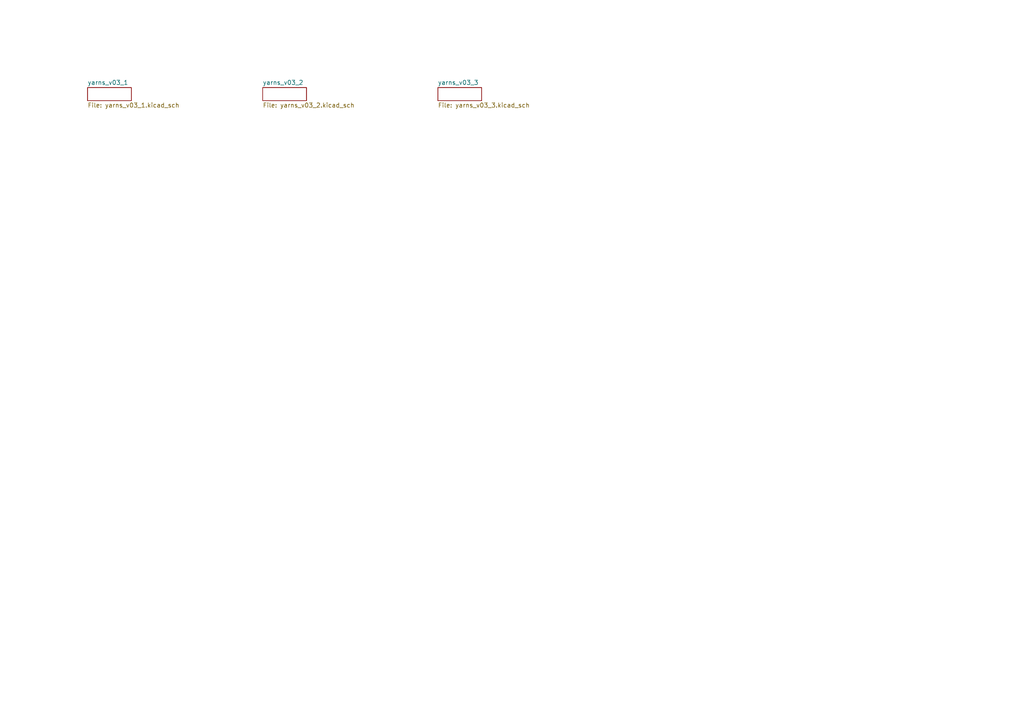
<source format=kicad_sch>
(kicad_sch (version 20211123) (generator eeschema)
  (paper "A4")
  (lib_symbols)
  (sheet (at 25.4 25.4) (size 12.7 3.81)
    (property "Sheet name" "yarns_v03_1" (at 25.4 24.6884 0) (effects (justify left bottom)))
    (property "Sheet file" "yarns_v03_1.kicad_sch" (at 25.4 29.7946 0) (effects (justify left top)))
  )
  (sheet (at 127 25.4) (size 12.7 3.81)
    (property "Sheet name" "yarns_v03_3" (at 127 24.6884 0) (effects (justify left bottom)))
    (property "Sheet file" "yarns_v03_3.kicad_sch" (at 127 29.7946 0) (effects (justify left top)))
  )
  (sheet (at 76.2 25.4) (size 12.7 3.81)
    (property "Sheet name" "yarns_v03_2" (at 76.2 24.6884 0) (effects (justify left bottom)))
    (property "Sheet file" "yarns_v03_2.kicad_sch" (at 76.2 29.7946 0) (effects (justify left top)))
  )
)
</source>
